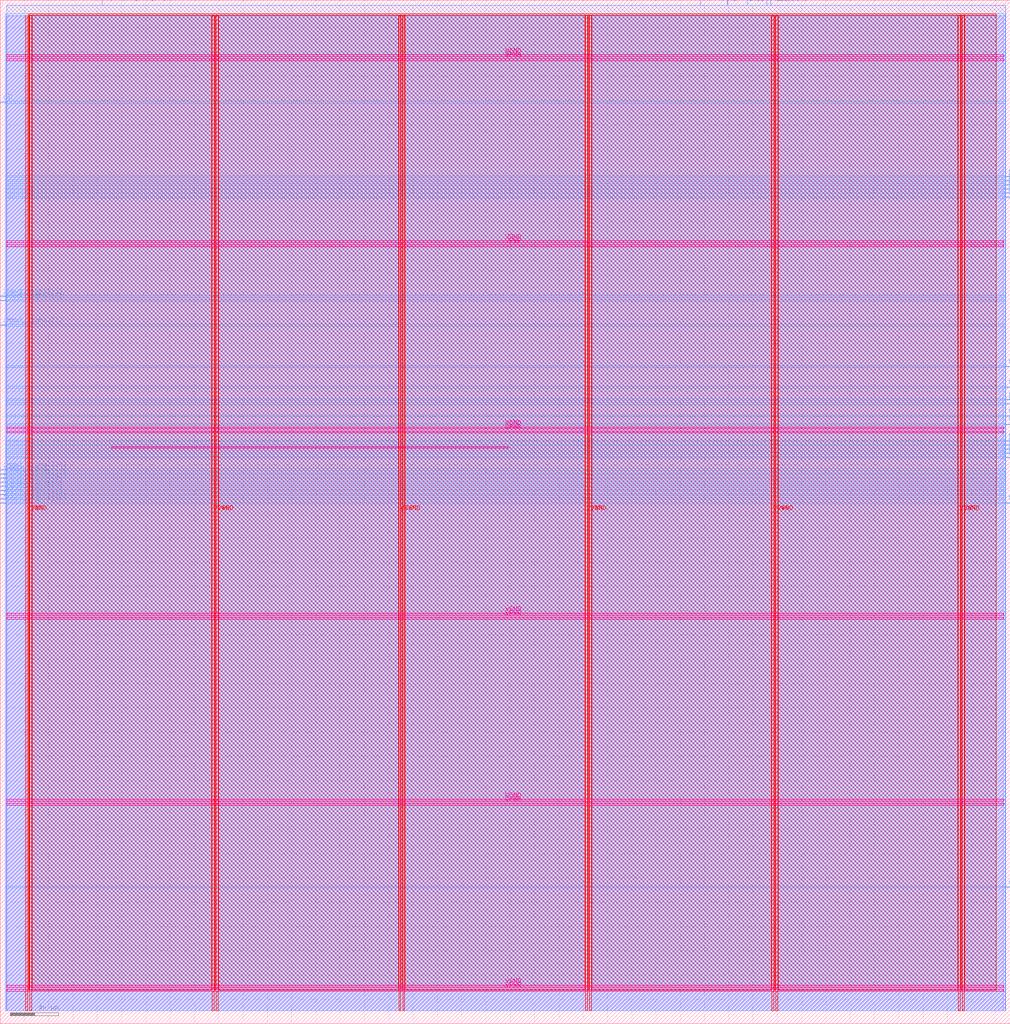
<source format=lef>
VERSION 5.7 ;
  NOWIREEXTENSIONATPIN ON ;
  DIVIDERCHAR "/" ;
  BUSBITCHARS "[]" ;
MACRO top
  CLASS BLOCK ;
  FOREIGN top ;
  ORIGIN 0.000 0.000 ;
  SIZE 831.750 BY 842.470 ;
  PIN VGND
    DIRECTION INOUT ;
    USE GROUND ;
    PORT
      LAYER met4 ;
        RECT 24.340 10.640 25.940 829.840 ;
    END
    PORT
      LAYER met4 ;
        RECT 177.940 10.640 179.540 829.840 ;
    END
    PORT
      LAYER met4 ;
        RECT 331.540 10.640 333.140 829.840 ;
    END
    PORT
      LAYER met4 ;
        RECT 485.140 10.640 486.740 829.840 ;
    END
    PORT
      LAYER met4 ;
        RECT 638.740 10.640 640.340 829.840 ;
    END
    PORT
      LAYER met4 ;
        RECT 792.340 10.640 793.940 829.840 ;
    END
    PORT
      LAYER met5 ;
        RECT 5.280 30.030 826.400 31.630 ;
    END
    PORT
      LAYER met5 ;
        RECT 5.280 183.210 826.400 184.810 ;
    END
    PORT
      LAYER met5 ;
        RECT 5.280 336.390 826.400 337.990 ;
    END
    PORT
      LAYER met5 ;
        RECT 5.280 489.570 826.400 491.170 ;
    END
    PORT
      LAYER met5 ;
        RECT 5.280 642.750 826.400 644.350 ;
    END
    PORT
      LAYER met5 ;
        RECT 5.280 795.930 826.400 797.530 ;
    END
  END VGND
  PIN VPWR
    DIRECTION INOUT ;
    USE POWER ;
    PORT
      LAYER met4 ;
        RECT 21.040 10.640 22.640 829.840 ;
    END
    PORT
      LAYER met4 ;
        RECT 174.640 10.640 176.240 829.840 ;
    END
    PORT
      LAYER met4 ;
        RECT 328.240 10.640 329.840 829.840 ;
    END
    PORT
      LAYER met4 ;
        RECT 481.840 10.640 483.440 829.840 ;
    END
    PORT
      LAYER met4 ;
        RECT 635.440 10.640 637.040 829.840 ;
    END
    PORT
      LAYER met4 ;
        RECT 789.040 10.640 790.640 829.840 ;
    END
    PORT
      LAYER met5 ;
        RECT 5.280 26.730 826.400 28.330 ;
    END
    PORT
      LAYER met5 ;
        RECT 5.280 179.910 826.400 181.510 ;
    END
    PORT
      LAYER met5 ;
        RECT 5.280 333.090 826.400 334.690 ;
    END
    PORT
      LAYER met5 ;
        RECT 5.280 486.270 826.400 487.870 ;
    END
    PORT
      LAYER met5 ;
        RECT 5.280 639.450 826.400 641.050 ;
    END
    PORT
      LAYER met5 ;
        RECT 5.280 792.630 826.400 794.230 ;
    END
  END VPWR
  PIN clk
    DIRECTION INPUT ;
    USE SIGNAL ;
    ANTENNAGATEAREA 0.852000 ;
    ANTENNADIFFAREA 0.434700 ;
    PORT
      LAYER met3 ;
        RECT 0.000 758.240 4.000 758.840 ;
    END
  END clk
  PIN filtered_signal[0]
    DIRECTION OUTPUT ;
    USE SIGNAL ;
    ANTENNADIFFAREA 0.445500 ;
    PORT
      LAYER met3 ;
        RECT 827.750 428.440 831.750 429.040 ;
    END
  END filtered_signal[0]
  PIN filtered_signal[10]
    DIRECTION OUTPUT ;
    USE SIGNAL ;
    ANTENNADIFFAREA 0.795200 ;
    PORT
      LAYER met3 ;
        RECT 827.750 697.040 831.750 697.640 ;
    END
  END filtered_signal[10]
  PIN filtered_signal[11]
    DIRECTION OUTPUT ;
    USE SIGNAL ;
    ANTENNADIFFAREA 0.445500 ;
    PORT
      LAYER met3 ;
        RECT 827.750 683.440 831.750 684.040 ;
    END
  END filtered_signal[11]
  PIN filtered_signal[12]
    DIRECTION OUTPUT ;
    USE SIGNAL ;
    ANTENNADIFFAREA 0.795200 ;
    PORT
      LAYER met3 ;
        RECT 827.750 690.240 831.750 690.840 ;
    END
  END filtered_signal[12]
  PIN filtered_signal[13]
    DIRECTION OUTPUT ;
    USE SIGNAL ;
    ANTENNADIFFAREA 0.445500 ;
    PORT
      LAYER met3 ;
        RECT 827.750 686.840 831.750 687.440 ;
    END
  END filtered_signal[13]
  PIN filtered_signal[14]
    DIRECTION OUTPUT ;
    USE SIGNAL ;
    ANTENNADIFFAREA 0.445500 ;
    PORT
      LAYER met3 ;
        RECT 827.750 680.040 831.750 680.640 ;
    END
  END filtered_signal[14]
  PIN filtered_signal[15]
    DIRECTION OUTPUT ;
    USE SIGNAL ;
    ANTENNADIFFAREA 0.795200 ;
    PORT
      LAYER met3 ;
        RECT 827.750 693.640 831.750 694.240 ;
    END
  END filtered_signal[15]
  PIN filtered_signal[1]
    DIRECTION OUTPUT ;
    USE SIGNAL ;
    ANTENNADIFFAREA 0.445500 ;
    PORT
      LAYER met3 ;
        RECT 827.750 469.240 831.750 469.840 ;
    END
  END filtered_signal[1]
  PIN filtered_signal[2]
    DIRECTION OUTPUT ;
    USE SIGNAL ;
    ANTENNADIFFAREA 0.445500 ;
    PORT
      LAYER met3 ;
        RECT 827.750 479.440 831.750 480.040 ;
    END
  END filtered_signal[2]
  PIN filtered_signal[3]
    DIRECTION OUTPUT ;
    USE SIGNAL ;
    ANTENNADIFFAREA 0.445500 ;
    PORT
      LAYER met3 ;
        RECT 827.750 476.040 831.750 476.640 ;
    END
  END filtered_signal[3]
  PIN filtered_signal[4]
    DIRECTION OUTPUT ;
    USE SIGNAL ;
    ANTENNADIFFAREA 0.445500 ;
    PORT
      LAYER met3 ;
        RECT 827.750 499.840 831.750 500.440 ;
    END
  END filtered_signal[4]
  PIN filtered_signal[5]
    DIRECTION OUTPUT ;
    USE SIGNAL ;
    ANTENNADIFFAREA 0.445500 ;
    PORT
      LAYER met3 ;
        RECT 827.750 493.040 831.750 493.640 ;
    END
  END filtered_signal[5]
  PIN filtered_signal[6]
    DIRECTION OUTPUT ;
    USE SIGNAL ;
    ANTENNADIFFAREA 0.445500 ;
    PORT
      LAYER met3 ;
        RECT 827.750 513.440 831.750 514.040 ;
    END
  END filtered_signal[6]
  PIN filtered_signal[7]
    DIRECTION OUTPUT ;
    USE SIGNAL ;
    ANTENNADIFFAREA 0.795200 ;
    PORT
      LAYER met3 ;
        RECT 827.750 510.040 831.750 510.640 ;
    END
  END filtered_signal[7]
  PIN filtered_signal[8]
    DIRECTION OUTPUT ;
    USE SIGNAL ;
    ANTENNADIFFAREA 0.795200 ;
    PORT
      LAYER met3 ;
        RECT 827.750 523.640 831.750 524.240 ;
    END
  END filtered_signal[8]
  PIN filtered_signal[9]
    DIRECTION OUTPUT ;
    USE SIGNAL ;
    ANTENNADIFFAREA 0.445500 ;
    PORT
      LAYER met3 ;
        RECT 827.750 540.640 831.750 541.240 ;
    END
  END filtered_signal[9]
  PIN input_signal[0]
    DIRECTION INPUT ;
    USE SIGNAL ;
    ANTENNAGATEAREA 0.213000 ;
    ANTENNADIFFAREA 0.434700 ;
    PORT
      LAYER met2 ;
        RECT 615.110 838.470 615.390 842.470 ;
    END
  END input_signal[0]
  PIN input_signal[10]
    DIRECTION INPUT ;
    USE SIGNAL ;
    ANTENNAGATEAREA 0.196500 ;
    ANTENNADIFFAREA 0.434700 ;
    PORT
      LAYER met3 ;
        RECT 0.000 455.640 4.000 456.240 ;
    END
  END input_signal[10]
  PIN input_signal[11]
    DIRECTION INPUT ;
    USE SIGNAL ;
    ANTENNAGATEAREA 0.196500 ;
    ANTENNADIFFAREA 0.434700 ;
    PORT
      LAYER met3 ;
        RECT 0.000 448.840 4.000 449.440 ;
    END
  END input_signal[11]
  PIN input_signal[12]
    DIRECTION INPUT ;
    USE SIGNAL ;
    ANTENNAGATEAREA 0.196500 ;
    ANTENNADIFFAREA 0.434700 ;
    PORT
      LAYER met3 ;
        RECT 0.000 428.440 4.000 429.040 ;
    END
  END input_signal[12]
  PIN input_signal[13]
    DIRECTION INPUT ;
    USE SIGNAL ;
    ANTENNAGATEAREA 0.196500 ;
    ANTENNADIFFAREA 0.434700 ;
    PORT
      LAYER met3 ;
        RECT 0.000 431.840 4.000 432.440 ;
    END
  END input_signal[13]
  PIN input_signal[14]
    DIRECTION INPUT ;
    USE SIGNAL ;
    ANTENNAGATEAREA 0.196500 ;
    ANTENNADIFFAREA 0.434700 ;
    PORT
      LAYER met3 ;
        RECT 0.000 452.240 4.000 452.840 ;
    END
  END input_signal[14]
  PIN input_signal[15]
    DIRECTION INPUT ;
    USE SIGNAL ;
    ANTENNAGATEAREA 0.196500 ;
    ANTENNADIFFAREA 0.434700 ;
    PORT
      LAYER met2 ;
        RECT 83.810 838.470 84.090 842.470 ;
    END
  END input_signal[15]
  PIN input_signal[1]
    DIRECTION INPUT ;
    USE SIGNAL ;
    ANTENNAGATEAREA 0.159000 ;
    ANTENNADIFFAREA 0.434700 ;
    PORT
      LAYER met2 ;
        RECT 599.010 838.470 599.290 842.470 ;
    END
  END input_signal[1]
  PIN input_signal[2]
    DIRECTION INPUT ;
    USE SIGNAL ;
    ANTENNAGATEAREA 0.159000 ;
    ANTENNADIFFAREA 0.434700 ;
    PORT
      LAYER met2 ;
        RECT 576.470 838.470 576.750 842.470 ;
    END
  END input_signal[2]
  PIN input_signal[3]
    DIRECTION INPUT ;
    USE SIGNAL ;
    ANTENNAGATEAREA 0.196500 ;
    ANTENNADIFFAREA 0.434700 ;
    PORT
      LAYER met3 ;
        RECT 0.000 574.640 4.000 575.240 ;
    END
  END input_signal[3]
  PIN input_signal[4]
    DIRECTION INPUT ;
    USE SIGNAL ;
    ANTENNAGATEAREA 0.196500 ;
    ANTENNADIFFAREA 0.434700 ;
    PORT
      LAYER met3 ;
        RECT 0.000 595.040 4.000 595.640 ;
    END
  END input_signal[4]
  PIN input_signal[5]
    DIRECTION INPUT ;
    USE SIGNAL ;
    ANTENNAGATEAREA 0.196500 ;
    ANTENNADIFFAREA 0.434700 ;
    PORT
      LAYER met3 ;
        RECT 0.000 598.440 4.000 599.040 ;
    END
  END input_signal[5]
  PIN input_signal[6]
    DIRECTION INPUT ;
    USE SIGNAL ;
    ANTENNAGATEAREA 0.196500 ;
    ANTENNADIFFAREA 0.434700 ;
    PORT
      LAYER met3 ;
        RECT 0.000 442.040 4.000 442.640 ;
    END
  END input_signal[6]
  PIN input_signal[7]
    DIRECTION INPUT ;
    USE SIGNAL ;
    ANTENNAGATEAREA 0.196500 ;
    ANTENNADIFFAREA 0.434700 ;
    PORT
      LAYER met3 ;
        RECT 0.000 435.240 4.000 435.840 ;
    END
  END input_signal[7]
  PIN input_signal[8]
    DIRECTION INPUT ;
    USE SIGNAL ;
    ANTENNAGATEAREA 0.196500 ;
    ANTENNADIFFAREA 0.434700 ;
    PORT
      LAYER met3 ;
        RECT 0.000 445.440 4.000 446.040 ;
    END
  END input_signal[8]
  PIN input_signal[9]
    DIRECTION INPUT ;
    USE SIGNAL ;
    ANTENNAGATEAREA 0.196500 ;
    ANTENNADIFFAREA 0.434700 ;
    PORT
      LAYER met3 ;
        RECT 0.000 438.640 4.000 439.240 ;
    END
  END input_signal[9]
  PIN rst
    DIRECTION INPUT ;
    USE SIGNAL ;
    ANTENNAGATEAREA 0.213000 ;
    ANTENNADIFFAREA 0.434700 ;
    PORT
      LAYER met3 ;
        RECT 827.750 112.240 831.750 112.840 ;
    END
  END rst
  PIN tap[0]
    DIRECTION INPUT ;
    USE SIGNAL ;
    ANTENNAGATEAREA 0.247500 ;
    ANTENNADIFFAREA 0.434700 ;
    PORT
      LAYER met2 ;
        RECT 634.430 838.470 634.710 842.470 ;
    END
  END tap[0]
  PIN tap[1]
    DIRECTION INPUT ;
    USE SIGNAL ;
    ANTENNAGATEAREA 0.213000 ;
    ANTENNADIFFAREA 0.434700 ;
    PORT
      LAYER met2 ;
        RECT 631.210 838.470 631.490 842.470 ;
    END
  END tap[1]
  PIN tap[2]
    DIRECTION INPUT ;
    USE SIGNAL ;
    ANTENNAGATEAREA 0.247500 ;
    ANTENNADIFFAREA 0.434700 ;
    PORT
      LAYER met3 ;
        RECT 827.750 465.840 831.750 466.440 ;
    END
  END tap[2]
  PIN tap[3]
    DIRECTION INPUT ;
    USE SIGNAL ;
    ANTENNAGATEAREA 0.247500 ;
    ANTENNADIFFAREA 0.434700 ;
    PORT
      LAYER met3 ;
        RECT 827.750 472.640 831.750 473.240 ;
    END
  END tap[3]
  OBS
      LAYER li1 ;
        RECT 5.520 10.795 826.160 829.685 ;
      LAYER met1 ;
        RECT 5.130 10.640 827.930 829.840 ;
      LAYER met2 ;
        RECT 5.150 838.190 83.530 838.470 ;
        RECT 84.370 838.190 576.190 838.470 ;
        RECT 577.030 838.190 598.730 838.470 ;
        RECT 599.570 838.190 614.830 838.470 ;
        RECT 615.670 838.190 630.930 838.470 ;
        RECT 631.770 838.190 634.150 838.470 ;
        RECT 634.990 838.190 827.900 838.470 ;
        RECT 5.150 10.695 827.900 838.190 ;
      LAYER met3 ;
        RECT 4.000 759.240 827.750 831.465 ;
        RECT 4.400 757.840 827.750 759.240 ;
        RECT 4.000 698.040 827.750 757.840 ;
        RECT 4.000 696.640 827.350 698.040 ;
        RECT 4.000 694.640 827.750 696.640 ;
        RECT 4.000 693.240 827.350 694.640 ;
        RECT 4.000 691.240 827.750 693.240 ;
        RECT 4.000 689.840 827.350 691.240 ;
        RECT 4.000 687.840 827.750 689.840 ;
        RECT 4.000 686.440 827.350 687.840 ;
        RECT 4.000 684.440 827.750 686.440 ;
        RECT 4.000 683.040 827.350 684.440 ;
        RECT 4.000 681.040 827.750 683.040 ;
        RECT 4.000 679.640 827.350 681.040 ;
        RECT 4.000 599.440 827.750 679.640 ;
        RECT 4.400 598.040 827.750 599.440 ;
        RECT 4.000 596.040 827.750 598.040 ;
        RECT 4.400 594.640 827.750 596.040 ;
        RECT 4.000 575.640 827.750 594.640 ;
        RECT 4.400 574.240 827.750 575.640 ;
        RECT 4.000 541.640 827.750 574.240 ;
        RECT 4.000 540.240 827.350 541.640 ;
        RECT 4.000 524.640 827.750 540.240 ;
        RECT 4.000 523.240 827.350 524.640 ;
        RECT 4.000 514.440 827.750 523.240 ;
        RECT 4.000 513.040 827.350 514.440 ;
        RECT 4.000 511.040 827.750 513.040 ;
        RECT 4.000 509.640 827.350 511.040 ;
        RECT 4.000 500.840 827.750 509.640 ;
        RECT 4.000 499.440 827.350 500.840 ;
        RECT 4.000 494.040 827.750 499.440 ;
        RECT 4.000 492.640 827.350 494.040 ;
        RECT 4.000 480.440 827.750 492.640 ;
        RECT 4.000 479.040 827.350 480.440 ;
        RECT 4.000 477.040 827.750 479.040 ;
        RECT 4.000 475.640 827.350 477.040 ;
        RECT 4.000 473.640 827.750 475.640 ;
        RECT 4.000 472.240 827.350 473.640 ;
        RECT 4.000 470.240 827.750 472.240 ;
        RECT 4.000 468.840 827.350 470.240 ;
        RECT 4.000 466.840 827.750 468.840 ;
        RECT 4.000 465.440 827.350 466.840 ;
        RECT 4.000 456.640 827.750 465.440 ;
        RECT 4.400 455.240 827.750 456.640 ;
        RECT 4.000 453.240 827.750 455.240 ;
        RECT 4.400 451.840 827.750 453.240 ;
        RECT 4.000 449.840 827.750 451.840 ;
        RECT 4.400 448.440 827.750 449.840 ;
        RECT 4.000 446.440 827.750 448.440 ;
        RECT 4.400 445.040 827.750 446.440 ;
        RECT 4.000 443.040 827.750 445.040 ;
        RECT 4.400 441.640 827.750 443.040 ;
        RECT 4.000 439.640 827.750 441.640 ;
        RECT 4.400 438.240 827.750 439.640 ;
        RECT 4.000 436.240 827.750 438.240 ;
        RECT 4.400 434.840 827.750 436.240 ;
        RECT 4.000 432.840 827.750 434.840 ;
        RECT 4.400 431.440 827.750 432.840 ;
        RECT 4.000 429.440 827.750 431.440 ;
        RECT 4.400 428.040 827.350 429.440 ;
        RECT 4.000 113.240 827.750 428.040 ;
        RECT 4.000 111.840 827.350 113.240 ;
        RECT 4.000 10.715 827.750 111.840 ;
      LAYER met4 ;
        RECT 23.295 830.240 820.345 831.465 ;
        RECT 23.295 27.375 23.940 830.240 ;
        RECT 26.340 27.375 174.240 830.240 ;
        RECT 176.640 27.375 177.540 830.240 ;
        RECT 179.940 27.375 327.840 830.240 ;
        RECT 330.240 27.375 331.140 830.240 ;
        RECT 333.540 27.375 481.440 830.240 ;
        RECT 483.840 27.375 484.740 830.240 ;
        RECT 487.140 27.375 635.040 830.240 ;
        RECT 637.440 27.375 638.340 830.240 ;
        RECT 640.740 27.375 788.640 830.240 ;
        RECT 791.040 27.375 791.940 830.240 ;
        RECT 794.340 27.375 820.345 830.240 ;
      LAYER met5 ;
        RECT 91.660 473.500 418.020 475.100 ;
  END
END top
END LIBRARY


</source>
